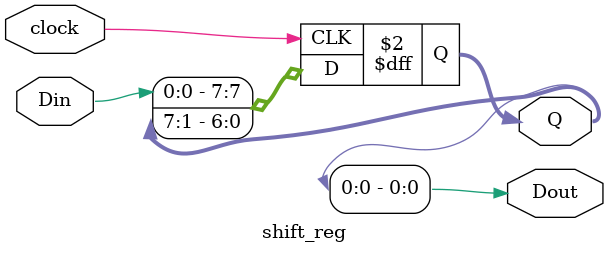
<source format=v>
module shift_reg(Q, Dout, Din, clock);
  parameter size = 8;
  input clock, Din;
  output Dout;
  output [size-1:0] Q;

  reg [size-1:0] Q;

  always @ (posedge clock)
  begin
    Q[size-2:0] <= Q[size-1:1];
    Q[size-1]   <= Din;
  end

  assign Dout = Q[0];
endmodule

</source>
